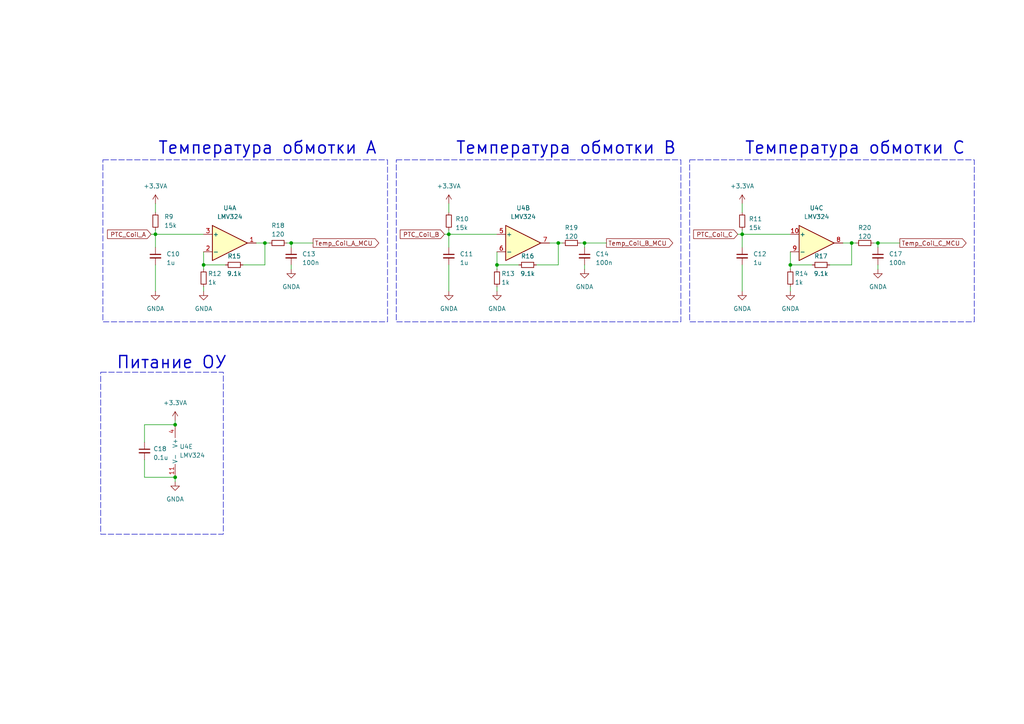
<source format=kicad_sch>
(kicad_sch (version 20230121) (generator eeschema)
  (paper "A4")
  (title_block (comment 1 "МПСТ.76721.758764.03.Э3.М"))
  (lib_symbols
    (symbol "Amplifier_Operational:LMV324" (pin_names (offset 0.127))
      (property "Reference" "U" (at 0 5.08 0))
      (property "Value" "LMV324" (at 0 -5.08 0))
      (symbol "LMV324_1_1"
        (polyline (pts (xy -5.08 5.08) (xy 5.08 0) (xy -5.08 -5.08) (xy -5.08 5.08)) (stroke (width 0.254)) (fill (type background)))
        (pin output line (at 7.62 0 180) (length 2.54) (name "~") (number "1"))
        (pin input line (at -7.62 -2.54 0) (length 2.54) (name "-") (number "2"))
        (pin input line (at -7.62 2.54 0) (length 2.54) (name "+") (number "3"))
      )
      (symbol "LMV324_2_1"
        (polyline (pts (xy -5.08 5.08) (xy 5.08 0) (xy -5.08 -5.08) (xy -5.08 5.08)) (stroke (width 0.254)) (fill (type background)))
        (pin input line (at -7.62 2.54 0) (length 2.54) (name "+") (number "5"))
        (pin input line (at -7.62 -2.54 0) (length 2.54) (name "-") (number "6"))
        (pin output line (at 7.62 0 180) (length 2.54) (name "~") (number "7"))
      )
      (symbol "LMV324_3_1"
        (polyline (pts (xy -5.08 5.08) (xy 5.08 0) (xy -5.08 -5.08) (xy -5.08 5.08)) (stroke (width 0.254)) (fill (type background)))
        (pin input line (at -7.62 2.54 0) (length 2.54) (name "+") (number "10"))
        (pin output line (at 7.62 0 180) (length 2.54) (name "~") (number "8"))
        (pin input line (at -7.62 -2.54 0) (length 2.54) (name "-") (number "9"))
      )
      (symbol "LMV324_4_1"
        (polyline (pts (xy -5.08 5.08) (xy 5.08 0) (xy -5.08 -5.08) (xy -5.08 5.08)) (stroke (width 0.254)) (fill (type background)))
        (pin input line (at -7.62 2.54 0) (length 2.54) (name "+") (number "12"))
        (pin input line (at -7.62 -2.54 0) (length 2.54) (name "-") (number "13"))
        (pin output line (at 7.62 0 180) (length 2.54) (name "~") (number "14"))
      )
      (symbol "LMV324_5_1"
        (pin power_in line (at -2.54 -7.62 90) (length 3.81) (name "V-") (number "11"))
        (pin power_in line (at -2.54 7.62 270) (length 3.81) (name "V+") (number "4"))
      )
    )
    (symbol "Device:C_Small" (pin_numbers hide) (pin_names (offset 0.254) hide)
      (property "Reference" "C" (at 0.254 1.778 0))
      (property "Value" "C_Small" (at 0.254 -2.032 0))
      (symbol "C_Small_0_1"
        (polyline (pts (xy -1.524 -0.508) (xy 1.524 -0.508)) (stroke (width 0.3302)))
        (polyline (pts (xy -1.524 0.508) (xy 1.524 0.508)) (stroke (width 0.3048)))
      )
      (symbol "C_Small_1_1"
        (pin passive line (at 0 2.54 270) (length 2.032) (name "~") (number "1"))
        (pin passive line (at 0 -2.54 90) (length 2.032) (name "~") (number "2"))
      )
    )
    (symbol "Device:R_Small" (pin_numbers hide) (pin_names (offset 0.254) hide)
      (property "Reference" "R" (at 0.762 0.508 0))
      (property "Value" "R_Small" (at 0.762 -1.016 0))
      (symbol "R_Small_0_1"
        (rectangle (start -0.762 1.778) (end 0.762 -1.778) (stroke (width 0.2032)))
      )
      (symbol "R_Small_1_1"
        (pin passive line (at 0 2.54 270) (length 0.762) (name "~") (number "1"))
        (pin passive line (at 0 -2.54 90) (length 0.762) (name "~") (number "2"))
      )
    )
    (symbol "power:+3.3VA" (power) (pin_names (offset 0))
      (property "Value" "+3.3VA" (at 0 3.556 0))
      (symbol "+3.3VA_0_1"
        (polyline (pts (xy -0.762 1.27) (xy 0 2.54)))
        (polyline (pts (xy 0 0) (xy 0 2.54)))
        (polyline (pts (xy 0 2.54) (xy 0.762 1.27)))
      )
      (symbol "+3.3VA_1_1"
        (pin power_in line (at 0 0 90) (length 0) hide (name "+3.3VA") (number "1"))
      )
    )
    (symbol "power:GNDA" (power) (pin_names (offset 0))
      (property "Value" "GNDA" (at 0 -3.81 0))
      (symbol "GNDA_0_1"
        (polyline (pts (xy 0 0) (xy 0 -1.27) (xy 1.27 -1.27) (xy 0 -2.54) (xy -1.27 -1.27) (xy 0 -1.27)))
      )
      (symbol "GNDA_1_1"
        (pin power_in line (at 0 0 270) (length 0) hide (name "GNDA") (number "1"))
      )
    )
  )
  (junction (at 169.545 70.485))
  (junction (at 215.265 67.945))
  (junction (at 247.015 70.485))
  (junction (at 50.8 138.43))
  (junction (at 50.8 123.19))
  (junction (at 161.925 70.485))
  (junction (at 84.455 70.485))
  (junction (at 59.055 76.835))
  (junction (at 254.635 70.485))
  (junction (at 76.835 70.485))
  (junction (at 144.145 76.835))
  (junction (at 45.085 67.945))
  (junction (at 229.235 76.835))
  (junction (at 130.175 67.945))
  (wire (pts (xy 229.235 76.835) (xy 229.235 78.105)))
  (wire (pts (xy 169.545 70.485) (xy 169.545 71.755)))
  (wire (pts (xy 45.085 59.055) (xy 45.085 61.595)))
  (wire (pts (xy 130.175 76.835) (xy 130.175 84.455)))
  (wire (pts (xy 168.275 70.485) (xy 169.545 70.485)))
  (wire (pts (xy 144.145 76.835) (xy 150.495 76.835)))
  (wire (pts (xy 83.185 70.485) (xy 84.455 70.485)))
  (wire (pts (xy 50.8 121.92) (xy 50.8 123.19)))
  (wire (pts (xy 247.015 70.485) (xy 248.285 70.485)))
  (wire (pts (xy 144.145 76.835) (xy 144.145 78.105)))
  (wire (pts (xy 254.635 70.485) (xy 260.985 70.485)))
  (wire (pts (xy 144.145 73.025) (xy 144.145 76.835)))
  (wire (pts (xy 84.455 70.485) (xy 90.805 70.485)))
  (wire (pts (xy 247.015 70.485) (xy 244.475 70.485)))
  (wire (pts (xy 169.545 78.105) (xy 169.545 76.835)))
  (wire (pts (xy 215.265 67.945) (xy 215.265 71.755)))
  (wire (pts (xy 247.015 76.835) (xy 247.015 70.485)))
  (wire (pts (xy 43.815 67.945) (xy 45.085 67.945)))
  (wire (pts (xy 45.085 67.945) (xy 45.085 66.675)))
  (wire (pts (xy 41.91 138.43) (xy 50.8 138.43)))
  (wire (pts (xy 229.235 73.025) (xy 229.235 76.835)))
  (wire (pts (xy 70.485 76.835) (xy 76.835 76.835)))
  (wire (pts (xy 59.055 76.835) (xy 65.405 76.835)))
  (wire (pts (xy 144.145 83.185) (xy 144.145 84.455)))
  (wire (pts (xy 76.835 76.835) (xy 76.835 70.485)))
  (wire (pts (xy 50.8 138.43) (xy 50.8 139.7)))
  (wire (pts (xy 59.055 73.025) (xy 59.055 76.835)))
  (wire (pts (xy 59.055 76.835) (xy 59.055 78.105)))
  (wire (pts (xy 45.085 67.945) (xy 45.085 71.755)))
  (wire (pts (xy 253.365 70.485) (xy 254.635 70.485)))
  (wire (pts (xy 215.265 76.835) (xy 215.265 84.455)))
  (wire (pts (xy 41.91 133.35) (xy 41.91 138.43)))
  (wire (pts (xy 215.265 59.055) (xy 215.265 61.595)))
  (wire (pts (xy 161.925 76.835) (xy 161.925 70.485)))
  (wire (pts (xy 215.265 67.945) (xy 215.265 66.675)))
  (wire (pts (xy 161.925 70.485) (xy 159.385 70.485)))
  (wire (pts (xy 169.545 70.485) (xy 175.895 70.485)))
  (wire (pts (xy 45.085 76.835) (xy 45.085 84.455)))
  (wire (pts (xy 240.665 76.835) (xy 247.015 76.835)))
  (wire (pts (xy 130.175 67.945) (xy 144.145 67.945)))
  (wire (pts (xy 130.175 67.945) (xy 130.175 66.675)))
  (wire (pts (xy 229.235 83.185) (xy 229.235 84.455)))
  (wire (pts (xy 41.91 123.19) (xy 50.8 123.19)))
  (wire (pts (xy 161.925 70.485) (xy 163.195 70.485)))
  (wire (pts (xy 254.635 70.485) (xy 254.635 71.755)))
  (wire (pts (xy 254.635 78.105) (xy 254.635 76.835)))
  (wire (pts (xy 130.175 67.945) (xy 130.175 71.755)))
  (wire (pts (xy 155.575 76.835) (xy 161.925 76.835)))
  (wire (pts (xy 128.905 67.945) (xy 130.175 67.945)))
  (wire (pts (xy 45.085 67.945) (xy 59.055 67.945)))
  (wire (pts (xy 130.175 59.055) (xy 130.175 61.595)))
  (wire (pts (xy 84.455 78.105) (xy 84.455 76.835)))
  (wire (pts (xy 213.995 67.945) (xy 215.265 67.945)))
  (wire (pts (xy 76.835 70.485) (xy 74.295 70.485)))
  (wire (pts (xy 59.055 83.185) (xy 59.055 84.455)))
  (wire (pts (xy 41.91 128.27) (xy 41.91 123.19)))
  (wire (pts (xy 84.455 70.485) (xy 84.455 71.755)))
  (wire (pts (xy 215.265 67.945) (xy 229.235 67.945)))
  (wire (pts (xy 229.235 76.835) (xy 235.585 76.835)))
  (wire (pts (xy 76.835 70.485) (xy 78.105 70.485)))
  (rectangle (start 200.025 46.355) (end 282.575 93.345) (stroke (width 0) (type dash)))
  (rectangle (start 114.935 46.355) (end 197.485 93.345) (stroke (width 0) (type dash)))
  (rectangle (start 29.845 46.355) (end 112.395 93.345) (stroke (width 0) (type dash)))
  (rectangle (start 29.21 107.95) (end 64.77 154.94) (stroke (width 0) (type dash)))
  (text "Температура обмотки B" (at 132.08 45.085 0) (effects (font (size 3.5 3.5) (thickness 0.4) bold) (justify left bottom)))
  (text "Температура обмотки А" (at 45.72 45.085 0) (effects (font (size 3.5 3.5) (thickness 0.4) bold) (justify left bottom)))
  (text "Температура обмотки С" (at 215.9 45.085 0) (effects (font (size 3.5 3.5) (thickness 0.4) bold) (justify left bottom)))
  (text "Питание ОУ" (at 33.655 107.315 0) (effects (font (size 3.5 3.5) (thickness 0.4) bold) (justify left bottom)))
  (global_label "Temp_Coil_A_MCU" (shape output) (at 90.805 70.485 0) (property "Intersheetrefs" "${INTERSHEET_REFS}" (effects hide)))
  (global_label "PTC_Coil_A" (shape input) (at 43.815 67.945 180) (property "Intersheetrefs" "${INTERSHEET_REFS}" (effects hide)))
  (global_label "PTC_Coil_C" (shape input) (at 213.995 67.945 180) (property "Intersheetrefs" "${INTERSHEET_REFS}" (effects hide)))
  (global_label "PTC_Coil_B" (shape input) (at 128.905 67.945 180) (property "Intersheetrefs" "${INTERSHEET_REFS}" (effects hide)))
  (global_label "Temp_Coil_B_MCU" (shape output) (at 175.895 70.485 0) (property "Intersheetrefs" "${INTERSHEET_REFS}" (effects hide)))
  (global_label "Temp_Coil_C_MCU" (shape output) (at 260.985 70.485 0) (property "Intersheetrefs" "${INTERSHEET_REFS}" (effects hide)))
  (symbol (lib_id "Device:R_Small") (at 144.145 80.645 180) (unit 1)
    (property "Reference" "R13" (at 145.415 79.375 0) (effects (justify right)))
    (property "Value" "1k" (at 145.415 81.915 0) (effects (justify right)))
    (property "Footprint" "Resistor_SMD:R_0603_1608Metric_Pad0.98x0.95mm_HandSolder" (effects hide))
    (instances (project "Плата датчиков" (path "" (reference "R13") (unit 1)) (path "" (reference "R16") (unit 1))))
  )
  (symbol (lib_id "Device:R_Small") (at 80.645 70.485 270) (unit 1)
    (property "Reference" "R18" (at 80.645 65.405 90))
    (property "Value" "120" (at 80.645 67.945 90))
    (property "Footprint" "Resistor_SMD:R_0603_1608Metric_Pad0.98x0.95mm_HandSolder" (effects hide))
    (instances (project "Плата датчиков" (path "" (reference "R18") (unit 1)) (path "" (reference "R10") (unit 1))))
  )
  (symbol (lib_id "power:+3.3VA") (at 45.085 59.055 0) (unit 1)
    (property "Reference" "#PWR018" (effects hide))
    (property "Value" "+3.3VA" (at 45.085 53.975 0))
    (instances (project "Плата датчиков" (path "" (reference "#PWR018") (unit 1)) (path "" (reference "#PWR024") (unit 1))))
  )
  (symbol (lib_id "Device:C_Small") (at 41.91 130.81 0) (unit 1)
    (property "Reference" "C18" (at 44.45 130.1812 0) (effects (justify left)))
    (property "Value" "0.1u" (at 44.45 132.7212 0) (effects (justify left)))
    (property "Footprint" "Capacitor_SMD:C_0603_1608Metric_Pad1.08x0.95mm_HandSolder" (effects hide))
  )
  (symbol (lib_id "Device:R_Small") (at 229.235 80.645 180) (unit 1)
    (property "Reference" "R14" (at 230.505 79.375 0) (effects (justify right)))
    (property "Value" "1k" (at 230.505 81.915 0) (effects (justify right)))
    (property "Footprint" "Resistor_SMD:R_0603_1608Metric_Pad0.98x0.95mm_HandSolder" (effects hide))
    (instances (project "Плата датчиков" (path "" (reference "R14") (unit 1)) (path "" (reference "R17") (unit 1))))
  )
  (symbol (lib_id "Device:C_Small") (at 254.635 74.295 0) (unit 1)
    (property "Reference" "C17" (at 257.81 73.6662 0) (effects (justify left)))
    (property "Value" "100n" (at 257.81 76.2062 0) (effects (justify left)))
    (property "Footprint" "Capacitor_SMD:C_0603_1608Metric_Pad1.08x0.95mm_HandSolder" (effects hide))
  )
  (symbol (lib_id "Amplifier_Operational:LMV324") (at 53.34 130.81 0) (unit 5)
    (property "Reference" "U4" (at 52.07 129.54 0) (effects (justify left)))
    (property "Value" "LMV324" (at 52.07 132.08 0) (effects (justify left)))
    (property "Footprint" "Package_SO:SOIC-14_3.9x8.7mm_P1.27mm" (effects hide))
    (property "Datasheet" "http://www.ti.com/lit/ds/symlink/lmv324.pdf" (effects hide))
  )
  (symbol (lib_id "power:+3.3VA") (at 215.265 59.055 0) (unit 1)
    (property "Reference" "#PWR030" (effects hide))
    (property "Value" "+3.3VA" (at 215.265 53.975 0))
    (instances (project "Плата датчиков" (path "" (reference "#PWR030") (unit 1)) (path "" (reference "#PWR036") (unit 1))))
  )
  (symbol (lib_id "power:GNDA") (at 84.455 78.105 0) (unit 1)
    (property "Reference" "#PWR035" (effects hide))
    (property "Value" "GNDA" (at 84.455 83.185 0))
    (instances (project "Плата датчиков" (path "" (reference "#PWR035") (unit 1)) (path "" (reference "#PWR025") (unit 1))))
  )
  (symbol (lib_id "power:GNDA") (at 45.085 84.455 0) (unit 1)
    (property "Reference" "#PWR021" (effects hide))
    (property "Value" "GNDA" (at 45.085 89.535 0))
    (instances (project "Плата датчиков" (path "" (reference "#PWR021") (unit 1)) (path "" (reference "#PWR030") (unit 1))))
  )
  (symbol (lib_id "power:+3.3VA") (at 130.175 59.055 0) (unit 1)
    (property "Reference" "#PWR024" (effects hide))
    (property "Value" "+3.3VA" (at 130.175 53.975 0))
    (instances (project "Плата датчиков" (path "" (reference "#PWR024") (unit 1)) (path "" (reference "#PWR032") (unit 1))))
  )
  (symbol (lib_id "Device:C_Small") (at 84.455 74.295 0) (unit 1)
    (property "Reference" "C13" (at 87.63 73.6662 0) (effects (justify left)))
    (property "Value" "100n" (at 87.63 76.2062 0) (effects (justify left)))
    (property "Footprint" "Capacitor_SMD:C_0603_1608Metric_Pad1.08x0.95mm_HandSolder" (effects hide))
    (instances (project "Плата датчиков" (path "" (reference "C13") (unit 1)) (path "" (reference "C11") (unit 1))))
  )
  (symbol (lib_id "Device:R_Small") (at 165.735 70.485 270) (unit 1)
    (property "Reference" "R19" (at 165.735 66.04 90))
    (property "Value" "120" (at 165.735 68.58 90))
    (property "Footprint" "Resistor_SMD:R_0603_1608Metric_Pad0.98x0.95mm_HandSolder" (effects hide))
    (instances (project "Плата датчиков" (path "" (reference "R19") (unit 1)) (path "" (reference "R12") (unit 1))))
  )
  (symbol (lib_id "Device:R_Small") (at 238.125 76.835 90) (unit 1)
    (property "Reference" "R17" (at 238.125 74.295 90))
    (property "Value" "9.1k" (at 238.125 79.375 90))
    (property "Footprint" "Resistor_SMD:R_0603_1608Metric_Pad0.98x0.95mm_HandSolder" (effects hide))
    (instances (project "Плата датчиков" (path "" (reference "R17") (unit 1)) (path "" (reference "R20") (unit 1))))
  )
  (symbol (lib_id "power:GNDA") (at 59.055 84.455 0) (unit 1)
    (property "Reference" "#PWR032" (effects hide))
    (property "Value" "GNDA" (at 59.055 89.535 0))
    (instances (project "Плата датчиков" (path "" (reference "#PWR032") (unit 1)) (path "" (reference "#PWR031") (unit 1))))
  )
  (symbol (lib_id "Device:R_Small") (at 250.825 70.485 270) (unit 1)
    (property "Reference" "R20" (at 250.825 66.04 90))
    (property "Value" "120" (at 250.825 68.58 90))
    (property "Footprint" "Resistor_SMD:R_0603_1608Metric_Pad0.98x0.95mm_HandSolder" (effects hide))
    (instances (project "Плата датчиков" (path "" (reference "R20") (unit 1)) (path "" (reference "R14") (unit 1))))
  )
  (symbol (lib_id "Device:C_Small") (at 169.545 74.295 0) (unit 1)
    (property "Reference" "C14" (at 172.72 73.6662 0) (effects (justify left)))
    (property "Value" "100n" (at 172.72 76.2062 0) (effects (justify left)))
    (property "Footprint" "Capacitor_SMD:C_0603_1608Metric_Pad1.08x0.95mm_HandSolder" (effects hide))
    (instances (project "Плата датчиков" (path "" (reference "C14") (unit 1)) (path "" (reference "C13") (unit 1))))
  )
  (symbol (lib_id "Device:R_Small") (at 215.265 64.135 0) (unit 1)
    (property "Reference" "R11" (at 217.17 63.4999 0) (effects (justify left)))
    (property "Value" "15k" (at 217.17 66.0399 0) (effects (justify left)))
    (property "Footprint" "Resistor_SMD:R_0603_1608Metric_Pad0.98x0.95mm_HandSolder" (effects hide))
    (instances (project "Плата датчиков" (path "" (reference "R11") (unit 1)) (path "" (reference "R13") (unit 1))))
  )
  (symbol (lib_id "power:GNDA") (at 215.265 84.455 0) (unit 1)
    (property "Reference" "#PWR031" (effects hide))
    (property "Value" "GNDA" (at 215.265 89.535 0))
    (instances (project "Плата датчиков" (path "" (reference "#PWR031") (unit 1)) (path "" (reference "#PWR039") (unit 1))))
  )
  (symbol (lib_id "Device:R_Small") (at 59.055 80.645 180) (unit 1)
    (property "Reference" "R12" (at 60.325 79.375 0) (effects (justify right)))
    (property "Value" "1k" (at 60.325 81.915 0) (effects (justify right)))
    (property "Footprint" "Resistor_SMD:R_0603_1608Metric_Pad0.98x0.95mm_HandSolder" (effects hide))
    (instances (project "Плата датчиков" (path "" (reference "R12") (unit 1)) (path "" (reference "R18") (unit 1))))
  )
  (symbol (lib_id "Device:C_Small") (at 45.085 74.295 0) (unit 1)
    (property "Reference" "C10" (at 48.26 73.6662 0) (effects (justify left)))
    (property "Value" "1u" (at 48.26 76.2062 0) (effects (justify left)))
    (property "Footprint" "Capacitor_SMD:C_0603_1608Metric_Pad1.08x0.95mm_HandSolder" (effects hide))
  )
  (symbol (lib_id "Amplifier_Operational:LMV324") (at 236.855 70.485 0) (unit 3)
    (property "Reference" "U4" (at 236.855 60.325 0))
    (property "Value" "LMV324" (at 236.855 62.865 0))
    (property "Footprint" "Package_SO:SOIC-14_3.9x8.7mm_P1.27mm" (effects hide))
    (property "Datasheet" "http://www.ti.com/lit/ds/symlink/lmv324.pdf" (effects hide))
  )
  (symbol (lib_id "Device:R_Small") (at 153.035 76.835 90) (unit 1)
    (property "Reference" "R16" (at 153.035 74.295 90))
    (property "Value" "9.1k" (at 153.035 79.375 90))
    (property "Footprint" "Resistor_SMD:R_0603_1608Metric_Pad0.98x0.95mm_HandSolder" (effects hide))
    (instances (project "Плата датчиков" (path "" (reference "R16") (unit 1)) (path "" (reference "R15") (unit 1))))
  )
  (symbol (lib_id "power:GNDA") (at 144.145 84.455 0) (unit 1)
    (property "Reference" "#PWR033" (effects hide))
    (property "Value" "GNDA" (at 144.145 89.535 0))
    (instances (project "Плата датчиков" (path "" (reference "#PWR033") (unit 1)) (path "" (reference "#PWR035") (unit 1))))
  )
  (symbol (lib_id "power:GNDA") (at 169.545 78.105 0) (unit 1)
    (property "Reference" "#PWR036" (effects hide))
    (property "Value" "GNDA" (at 169.545 83.185 0))
    (instances (project "Плата датчиков" (path "" (reference "#PWR036") (unit 1)) (path "" (reference "#PWR033") (unit 1))))
  )
  (symbol (lib_id "power:GNDA") (at 130.175 84.455 0) (unit 1)
    (property "Reference" "#PWR025" (effects hide))
    (property "Value" "GNDA" (at 130.175 89.535 0))
    (instances (project "Плата датчиков" (path "" (reference "#PWR025") (unit 1)) (path "" (reference "#PWR034") (unit 1))))
  )
  (symbol (lib_id "power:GNDA") (at 254.635 78.105 0) (unit 1)
    (property "Reference" "#PWR037" (effects hide))
    (property "Value" "GNDA" (at 254.635 83.185 0))
  )
  (symbol (lib_id "power:GNDA") (at 229.235 84.455 0) (unit 1)
    (property "Reference" "#PWR034" (effects hide))
    (property "Value" "GNDA" (at 229.235 89.535 0))
    (instances (project "Плата датчиков" (path "" (reference "#PWR034") (unit 1)) (path "" (reference "#PWR040") (unit 1))))
  )
  (symbol (lib_id "power:+3.3VA") (at 50.8 121.92 0) (unit 1)
    (property "Reference" "#PWR039" (effects hide))
    (property "Value" "+3.3VA" (at 50.8 116.84 0))
    (instances (project "Плата датчиков" (path "" (reference "#PWR039") (unit 1)) (path "" (reference "#PWR018") (unit 1))))
  )
  (symbol (lib_id "Device:R_Small") (at 67.945 76.835 90) (unit 1)
    (property "Reference" "R15" (at 67.945 74.295 90))
    (property "Value" "9.1k" (at 67.945 79.375 90))
    (property "Footprint" "Resistor_SMD:R_0603_1608Metric_Pad0.98x0.95mm_HandSolder" (effects hide))
    (instances (project "Плата датчиков" (path "" (reference "R15") (unit 1)) (path "" (reference "R19") (unit 1))))
  )
  (symbol (lib_id "Device:C_Small") (at 215.265 74.295 0) (unit 1)
    (property "Reference" "C12" (at 218.44 73.6662 0) (effects (justify left)))
    (property "Value" "1u" (at 218.44 76.2062 0) (effects (justify left)))
    (property "Footprint" "Capacitor_SMD:C_0603_1608Metric_Pad1.08x0.95mm_HandSolder" (effects hide))
    (instances (project "Плата датчиков" (path "" (reference "C12") (unit 1)) (path "" (reference "C14") (unit 1))))
  )
  (symbol (lib_id "Device:R_Small") (at 130.175 64.135 0) (unit 1)
    (property "Reference" "R10" (at 132.08 63.4999 0) (effects (justify left)))
    (property "Value" "15k" (at 132.08 66.0399 0) (effects (justify left)))
    (property "Footprint" "Resistor_SMD:R_0603_1608Metric_Pad0.98x0.95mm_HandSolder" (effects hide))
    (instances (project "Плата датчиков" (path "" (reference "R10") (unit 1)) (path "" (reference "R11") (unit 1))))
  )
  (symbol (lib_id "power:GNDA") (at 50.8 139.7 0) (unit 1)
    (property "Reference" "#PWR040" (effects hide))
    (property "Value" "GNDA" (at 50.8 144.78 0))
    (instances (project "Плата датчиков" (path "" (reference "#PWR040") (unit 1)) (path "" (reference "#PWR021") (unit 1))))
  )
  (symbol (lib_id "Amplifier_Operational:LMV324") (at 151.765 70.485 0) (unit 2)
    (property "Reference" "U4" (at 151.765 60.325 0))
    (property "Value" "LMV324" (at 151.765 62.865 0))
    (property "Footprint" "Package_SO:SOIC-14_3.9x8.7mm_P1.27mm" (effects hide))
    (property "Datasheet" "http://www.ti.com/lit/ds/symlink/lmv324.pdf" (effects hide))
  )
  (symbol (lib_id "Device:R_Small") (at 45.085 64.135 0) (unit 1)
    (property "Reference" "R9" (at 47.625 62.865 0) (effects (justify left)))
    (property "Value" "15k" (at 47.625 65.405 0) (effects (justify left)))
    (property "Footprint" "Resistor_SMD:R_0603_1608Metric_Pad0.98x0.95mm_HandSolder" (effects hide))
  )
  (symbol (lib_id "Device:C_Small") (at 130.175 74.295 0) (unit 1)
    (property "Reference" "C11" (at 133.35 73.6662 0) (effects (justify left)))
    (property "Value" "1u" (at 133.35 76.2062 0) (effects (justify left)))
    (property "Footprint" "Capacitor_SMD:C_0603_1608Metric_Pad1.08x0.95mm_HandSolder" (effects hide))
    (instances (project "Плата датчиков" (path "" (reference "C11") (unit 1)) (path "" (reference "C12") (unit 1))))
  )
  (symbol (lib_id "Amplifier_Operational:LMV324") (at 66.675 70.485 0) (unit 1)
    (property "Reference" "U4" (at 66.675 60.325 0))
    (property "Value" "LMV324" (at 66.675 62.865 0))
    (property "Footprint" "Package_SO:SOIC-14_3.9x8.7mm_P1.27mm" (effects hide))
    (property "Datasheet" "http://www.ti.com/lit/ds/symlink/lmv324.pdf" (effects hide))
  )
)
</source>
